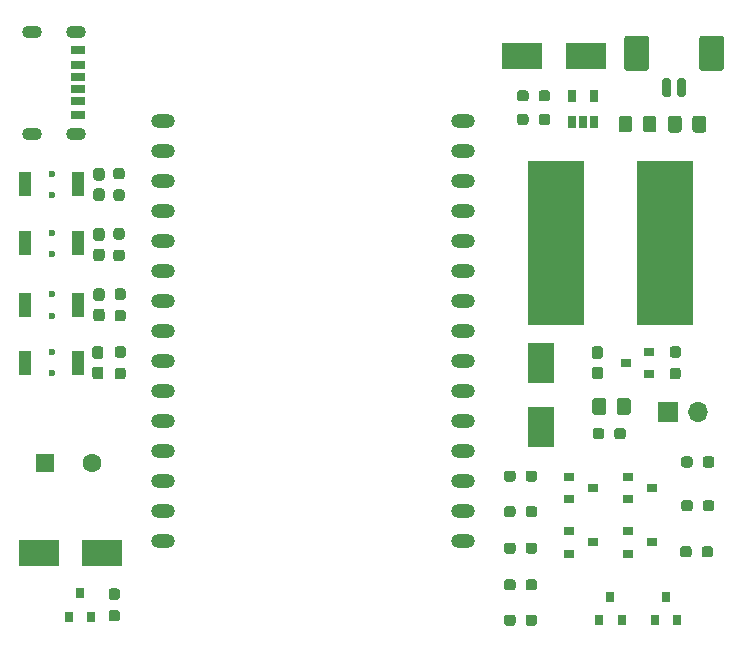
<source format=gbr>
G04 #@! TF.GenerationSoftware,KiCad,Pcbnew,(5.1.10)-1*
G04 #@! TF.CreationDate,2021-08-13T20:40:32+09:00*
G04 #@! TF.ProjectId,lfmassage,6c666d61-7373-4616-9765-2e6b69636164,rev?*
G04 #@! TF.SameCoordinates,Original*
G04 #@! TF.FileFunction,Soldermask,Top*
G04 #@! TF.FilePolarity,Negative*
%FSLAX46Y46*%
G04 Gerber Fmt 4.6, Leading zero omitted, Abs format (unit mm)*
G04 Created by KiCad (PCBNEW (5.1.10)-1) date 2021-08-13 20:40:32*
%MOMM*%
%LPD*%
G01*
G04 APERTURE LIST*
%ADD10R,1.600000X1.600000*%
%ADD11C,1.600000*%
%ADD12R,3.500000X2.300000*%
%ADD13R,2.300000X3.500000*%
%ADD14R,1.700000X1.700000*%
%ADD15O,1.700000X1.700000*%
%ADD16O,2.000000X1.200000*%
%ADD17R,4.750000X14.000000*%
%ADD18R,0.800000X0.900000*%
%ADD19R,0.900000X0.800000*%
%ADD20C,0.600000*%
%ADD21R,1.050000X2.000000*%
%ADD22R,1.200000X0.700000*%
%ADD23R,1.200000X0.760000*%
%ADD24R,1.200000X0.800000*%
%ADD25O,1.700000X1.100000*%
%ADD26R,0.650000X1.060000*%
G04 APERTURE END LIST*
D10*
X63700000Y-84600000D03*
D11*
X67700000Y-84600000D03*
G36*
G01*
X116475000Y-56375000D02*
X116475000Y-55425000D01*
G75*
G02*
X116725000Y-55175000I250000J0D01*
G01*
X117400000Y-55175000D01*
G75*
G02*
X117650000Y-55425000I0J-250000D01*
G01*
X117650000Y-56375000D01*
G75*
G02*
X117400000Y-56625000I-250000J0D01*
G01*
X116725000Y-56625000D01*
G75*
G02*
X116475000Y-56375000I0J250000D01*
G01*
G37*
G36*
G01*
X118550000Y-56375000D02*
X118550000Y-55425000D01*
G75*
G02*
X118800000Y-55175000I250000J0D01*
G01*
X119475000Y-55175000D01*
G75*
G02*
X119725000Y-55425000I0J-250000D01*
G01*
X119725000Y-56375000D01*
G75*
G02*
X119475000Y-56625000I-250000J0D01*
G01*
X118800000Y-56625000D01*
G75*
G02*
X118550000Y-56375000I0J250000D01*
G01*
G37*
G36*
G01*
X68537500Y-60675000D02*
X68062500Y-60675000D01*
G75*
G02*
X67825000Y-60437500I0J237500D01*
G01*
X67825000Y-59837500D01*
G75*
G02*
X68062500Y-59600000I237500J0D01*
G01*
X68537500Y-59600000D01*
G75*
G02*
X68775000Y-59837500I0J-237500D01*
G01*
X68775000Y-60437500D01*
G75*
G02*
X68537500Y-60675000I-237500J0D01*
G01*
G37*
G36*
G01*
X68537500Y-62400000D02*
X68062500Y-62400000D01*
G75*
G02*
X67825000Y-62162500I0J237500D01*
G01*
X67825000Y-61562500D01*
G75*
G02*
X68062500Y-61325000I237500J0D01*
G01*
X68537500Y-61325000D01*
G75*
G02*
X68775000Y-61562500I0J-237500D01*
G01*
X68775000Y-62162500D01*
G75*
G02*
X68537500Y-62400000I-237500J0D01*
G01*
G37*
G36*
G01*
X68537500Y-67500000D02*
X68062500Y-67500000D01*
G75*
G02*
X67825000Y-67262500I0J237500D01*
G01*
X67825000Y-66662500D01*
G75*
G02*
X68062500Y-66425000I237500J0D01*
G01*
X68537500Y-66425000D01*
G75*
G02*
X68775000Y-66662500I0J-237500D01*
G01*
X68775000Y-67262500D01*
G75*
G02*
X68537500Y-67500000I-237500J0D01*
G01*
G37*
G36*
G01*
X68537500Y-65775000D02*
X68062500Y-65775000D01*
G75*
G02*
X67825000Y-65537500I0J237500D01*
G01*
X67825000Y-64937500D01*
G75*
G02*
X68062500Y-64700000I237500J0D01*
G01*
X68537500Y-64700000D01*
G75*
G02*
X68775000Y-64937500I0J-237500D01*
G01*
X68775000Y-65537500D01*
G75*
G02*
X68537500Y-65775000I-237500J0D01*
G01*
G37*
G36*
G01*
X68537500Y-70875000D02*
X68062500Y-70875000D01*
G75*
G02*
X67825000Y-70637500I0J237500D01*
G01*
X67825000Y-70037500D01*
G75*
G02*
X68062500Y-69800000I237500J0D01*
G01*
X68537500Y-69800000D01*
G75*
G02*
X68775000Y-70037500I0J-237500D01*
G01*
X68775000Y-70637500D01*
G75*
G02*
X68537500Y-70875000I-237500J0D01*
G01*
G37*
G36*
G01*
X68537500Y-72600000D02*
X68062500Y-72600000D01*
G75*
G02*
X67825000Y-72362500I0J237500D01*
G01*
X67825000Y-71762500D01*
G75*
G02*
X68062500Y-71525000I237500J0D01*
G01*
X68537500Y-71525000D01*
G75*
G02*
X68775000Y-71762500I0J-237500D01*
G01*
X68775000Y-72362500D01*
G75*
G02*
X68537500Y-72600000I-237500J0D01*
G01*
G37*
G36*
G01*
X68437500Y-77500000D02*
X67962500Y-77500000D01*
G75*
G02*
X67725000Y-77262500I0J237500D01*
G01*
X67725000Y-76662500D01*
G75*
G02*
X67962500Y-76425000I237500J0D01*
G01*
X68437500Y-76425000D01*
G75*
G02*
X68675000Y-76662500I0J-237500D01*
G01*
X68675000Y-77262500D01*
G75*
G02*
X68437500Y-77500000I-237500J0D01*
G01*
G37*
G36*
G01*
X68437500Y-75775000D02*
X67962500Y-75775000D01*
G75*
G02*
X67725000Y-75537500I0J237500D01*
G01*
X67725000Y-74937500D01*
G75*
G02*
X67962500Y-74700000I237500J0D01*
G01*
X68437500Y-74700000D01*
G75*
G02*
X68675000Y-74937500I0J-237500D01*
G01*
X68675000Y-75537500D01*
G75*
G02*
X68437500Y-75775000I-237500J0D01*
G01*
G37*
G36*
G01*
X110262500Y-74700000D02*
X110737500Y-74700000D01*
G75*
G02*
X110975000Y-74937500I0J-237500D01*
G01*
X110975000Y-75537500D01*
G75*
G02*
X110737500Y-75775000I-237500J0D01*
G01*
X110262500Y-75775000D01*
G75*
G02*
X110025000Y-75537500I0J237500D01*
G01*
X110025000Y-74937500D01*
G75*
G02*
X110262500Y-74700000I237500J0D01*
G01*
G37*
G36*
G01*
X110262500Y-76425000D02*
X110737500Y-76425000D01*
G75*
G02*
X110975000Y-76662500I0J-237500D01*
G01*
X110975000Y-77262500D01*
G75*
G02*
X110737500Y-77500000I-237500J0D01*
G01*
X110262500Y-77500000D01*
G75*
G02*
X110025000Y-77262500I0J237500D01*
G01*
X110025000Y-76662500D01*
G75*
G02*
X110262500Y-76425000I237500J0D01*
G01*
G37*
G36*
G01*
X112150000Y-80275000D02*
X112150000Y-79325000D01*
G75*
G02*
X112400000Y-79075000I250000J0D01*
G01*
X113075000Y-79075000D01*
G75*
G02*
X113325000Y-79325000I0J-250000D01*
G01*
X113325000Y-80275000D01*
G75*
G02*
X113075000Y-80525000I-250000J0D01*
G01*
X112400000Y-80525000D01*
G75*
G02*
X112150000Y-80275000I0J250000D01*
G01*
G37*
G36*
G01*
X110075000Y-80275000D02*
X110075000Y-79325000D01*
G75*
G02*
X110325000Y-79075000I250000J0D01*
G01*
X111000000Y-79075000D01*
G75*
G02*
X111250000Y-79325000I0J-250000D01*
G01*
X111250000Y-80275000D01*
G75*
G02*
X111000000Y-80525000I-250000J0D01*
G01*
X110325000Y-80525000D01*
G75*
G02*
X110075000Y-80275000I0J250000D01*
G01*
G37*
D12*
X109500000Y-50100000D03*
X104100000Y-50100000D03*
G36*
G01*
X112300000Y-56350001D02*
X112300000Y-55449999D01*
G75*
G02*
X112549999Y-55200000I249999J0D01*
G01*
X113200001Y-55200000D01*
G75*
G02*
X113450000Y-55449999I0J-249999D01*
G01*
X113450000Y-56350001D01*
G75*
G02*
X113200001Y-56600000I-249999J0D01*
G01*
X112549999Y-56600000D01*
G75*
G02*
X112300000Y-56350001I0J249999D01*
G01*
G37*
G36*
G01*
X114350000Y-56350001D02*
X114350000Y-55449999D01*
G75*
G02*
X114599999Y-55200000I249999J0D01*
G01*
X115250001Y-55200000D01*
G75*
G02*
X115500000Y-55449999I0J-249999D01*
G01*
X115500000Y-56350001D01*
G75*
G02*
X115250001Y-56600000I-249999J0D01*
G01*
X114599999Y-56600000D01*
G75*
G02*
X114350000Y-56350001I0J249999D01*
G01*
G37*
X68600000Y-92200000D03*
X63200000Y-92200000D03*
D13*
X105700000Y-81500000D03*
X105700000Y-76100000D03*
G36*
G01*
X118025000Y-52200000D02*
X118025000Y-53400000D01*
G75*
G02*
X117825000Y-53600000I-200000J0D01*
G01*
X117425000Y-53600000D01*
G75*
G02*
X117225000Y-53400000I0J200000D01*
G01*
X117225000Y-52200000D01*
G75*
G02*
X117425000Y-52000000I200000J0D01*
G01*
X117825000Y-52000000D01*
G75*
G02*
X118025000Y-52200000I0J-200000D01*
G01*
G37*
G36*
G01*
X116775000Y-52200000D02*
X116775000Y-53400000D01*
G75*
G02*
X116575000Y-53600000I-200000J0D01*
G01*
X116175000Y-53600000D01*
G75*
G02*
X115975000Y-53400000I0J200000D01*
G01*
X115975000Y-52200000D01*
G75*
G02*
X116175000Y-52000000I200000J0D01*
G01*
X116575000Y-52000000D01*
G75*
G02*
X116775000Y-52200000I0J-200000D01*
G01*
G37*
G36*
G01*
X121225000Y-48649999D02*
X121225000Y-51150001D01*
G75*
G02*
X120975001Y-51400000I-249999J0D01*
G01*
X119374999Y-51400000D01*
G75*
G02*
X119125000Y-51150001I0J249999D01*
G01*
X119125000Y-48649999D01*
G75*
G02*
X119374999Y-48400000I249999J0D01*
G01*
X120975001Y-48400000D01*
G75*
G02*
X121225000Y-48649999I0J-249999D01*
G01*
G37*
G36*
G01*
X114875000Y-48649999D02*
X114875000Y-51150001D01*
G75*
G02*
X114625001Y-51400000I-249999J0D01*
G01*
X113024999Y-51400000D01*
G75*
G02*
X112775000Y-51150001I0J249999D01*
G01*
X112775000Y-48649999D01*
G75*
G02*
X113024999Y-48400000I249999J0D01*
G01*
X114625001Y-48400000D01*
G75*
G02*
X114875000Y-48649999I0J-249999D01*
G01*
G37*
D14*
X116500000Y-80300000D03*
D15*
X119040000Y-80300000D03*
D16*
X99100000Y-55620000D03*
X73700000Y-55620000D03*
X99100000Y-58160000D03*
X73700000Y-58160000D03*
X99100000Y-60700000D03*
X73700000Y-60700000D03*
X99100000Y-63240000D03*
X73700000Y-63240000D03*
X99100000Y-65780000D03*
X73700000Y-65780000D03*
X99100000Y-68320000D03*
X73700000Y-68320000D03*
X99100000Y-70860000D03*
X73700000Y-70860000D03*
X99100000Y-73400000D03*
X73700000Y-73400000D03*
X99100000Y-75940000D03*
X73700000Y-75940000D03*
X99100000Y-78480000D03*
X73700000Y-78480000D03*
X99100000Y-81020000D03*
X73700000Y-81020000D03*
X99100000Y-83560000D03*
X73700000Y-83560000D03*
X99100000Y-86100000D03*
X73700000Y-86100000D03*
X99100000Y-88640000D03*
X73700000Y-88640000D03*
X99100000Y-91180000D03*
X73700000Y-91180000D03*
D17*
X116225000Y-66000000D03*
X106975000Y-66000000D03*
D18*
X65750000Y-97600000D03*
X67650000Y-97600000D03*
X66700000Y-95600000D03*
D19*
X108100000Y-85750000D03*
X108100000Y-87650000D03*
X110100000Y-86700000D03*
X115100000Y-86700000D03*
X113100000Y-87650000D03*
X113100000Y-85750000D03*
X110100000Y-91300000D03*
X108100000Y-92250000D03*
X108100000Y-90350000D03*
X113100000Y-90350000D03*
X113100000Y-92250000D03*
X115100000Y-91300000D03*
D18*
X111600000Y-95900000D03*
X112550000Y-97900000D03*
X110650000Y-97900000D03*
X115350000Y-97900000D03*
X117250000Y-97900000D03*
X116300000Y-95900000D03*
D19*
X112900000Y-76100000D03*
X114900000Y-75150000D03*
X114900000Y-77050000D03*
G36*
G01*
X105525000Y-55737500D02*
X105525000Y-55262500D01*
G75*
G02*
X105762500Y-55025000I237500J0D01*
G01*
X106262500Y-55025000D01*
G75*
G02*
X106500000Y-55262500I0J-237500D01*
G01*
X106500000Y-55737500D01*
G75*
G02*
X106262500Y-55975000I-237500J0D01*
G01*
X105762500Y-55975000D01*
G75*
G02*
X105525000Y-55737500I0J237500D01*
G01*
G37*
G36*
G01*
X103700000Y-55737500D02*
X103700000Y-55262500D01*
G75*
G02*
X103937500Y-55025000I237500J0D01*
G01*
X104437500Y-55025000D01*
G75*
G02*
X104675000Y-55262500I0J-237500D01*
G01*
X104675000Y-55737500D01*
G75*
G02*
X104437500Y-55975000I-237500J0D01*
G01*
X103937500Y-55975000D01*
G75*
G02*
X103700000Y-55737500I0J237500D01*
G01*
G37*
G36*
G01*
X103700000Y-53737500D02*
X103700000Y-53262500D01*
G75*
G02*
X103937500Y-53025000I237500J0D01*
G01*
X104437500Y-53025000D01*
G75*
G02*
X104675000Y-53262500I0J-237500D01*
G01*
X104675000Y-53737500D01*
G75*
G02*
X104437500Y-53975000I-237500J0D01*
G01*
X103937500Y-53975000D01*
G75*
G02*
X103700000Y-53737500I0J237500D01*
G01*
G37*
G36*
G01*
X105525000Y-53737500D02*
X105525000Y-53262500D01*
G75*
G02*
X105762500Y-53025000I237500J0D01*
G01*
X106262500Y-53025000D01*
G75*
G02*
X106500000Y-53262500I0J-237500D01*
G01*
X106500000Y-53737500D01*
G75*
G02*
X106262500Y-53975000I-237500J0D01*
G01*
X105762500Y-53975000D01*
G75*
G02*
X105525000Y-53737500I0J237500D01*
G01*
G37*
G36*
G01*
X70237500Y-62400000D02*
X69762500Y-62400000D01*
G75*
G02*
X69525000Y-62162500I0J237500D01*
G01*
X69525000Y-61662500D01*
G75*
G02*
X69762500Y-61425000I237500J0D01*
G01*
X70237500Y-61425000D01*
G75*
G02*
X70475000Y-61662500I0J-237500D01*
G01*
X70475000Y-62162500D01*
G75*
G02*
X70237500Y-62400000I-237500J0D01*
G01*
G37*
G36*
G01*
X70237500Y-60575000D02*
X69762500Y-60575000D01*
G75*
G02*
X69525000Y-60337500I0J237500D01*
G01*
X69525000Y-59837500D01*
G75*
G02*
X69762500Y-59600000I237500J0D01*
G01*
X70237500Y-59600000D01*
G75*
G02*
X70475000Y-59837500I0J-237500D01*
G01*
X70475000Y-60337500D01*
G75*
G02*
X70237500Y-60575000I-237500J0D01*
G01*
G37*
G36*
G01*
X70237500Y-67500000D02*
X69762500Y-67500000D01*
G75*
G02*
X69525000Y-67262500I0J237500D01*
G01*
X69525000Y-66762500D01*
G75*
G02*
X69762500Y-66525000I237500J0D01*
G01*
X70237500Y-66525000D01*
G75*
G02*
X70475000Y-66762500I0J-237500D01*
G01*
X70475000Y-67262500D01*
G75*
G02*
X70237500Y-67500000I-237500J0D01*
G01*
G37*
G36*
G01*
X70237500Y-65675000D02*
X69762500Y-65675000D01*
G75*
G02*
X69525000Y-65437500I0J237500D01*
G01*
X69525000Y-64937500D01*
G75*
G02*
X69762500Y-64700000I237500J0D01*
G01*
X70237500Y-64700000D01*
G75*
G02*
X70475000Y-64937500I0J-237500D01*
G01*
X70475000Y-65437500D01*
G75*
G02*
X70237500Y-65675000I-237500J0D01*
G01*
G37*
G36*
G01*
X70337500Y-70775000D02*
X69862500Y-70775000D01*
G75*
G02*
X69625000Y-70537500I0J237500D01*
G01*
X69625000Y-70037500D01*
G75*
G02*
X69862500Y-69800000I237500J0D01*
G01*
X70337500Y-69800000D01*
G75*
G02*
X70575000Y-70037500I0J-237500D01*
G01*
X70575000Y-70537500D01*
G75*
G02*
X70337500Y-70775000I-237500J0D01*
G01*
G37*
G36*
G01*
X70337500Y-72600000D02*
X69862500Y-72600000D01*
G75*
G02*
X69625000Y-72362500I0J237500D01*
G01*
X69625000Y-71862500D01*
G75*
G02*
X69862500Y-71625000I237500J0D01*
G01*
X70337500Y-71625000D01*
G75*
G02*
X70575000Y-71862500I0J-237500D01*
G01*
X70575000Y-72362500D01*
G75*
G02*
X70337500Y-72600000I-237500J0D01*
G01*
G37*
G36*
G01*
X70337500Y-75675000D02*
X69862500Y-75675000D01*
G75*
G02*
X69625000Y-75437500I0J237500D01*
G01*
X69625000Y-74937500D01*
G75*
G02*
X69862500Y-74700000I237500J0D01*
G01*
X70337500Y-74700000D01*
G75*
G02*
X70575000Y-74937500I0J-237500D01*
G01*
X70575000Y-75437500D01*
G75*
G02*
X70337500Y-75675000I-237500J0D01*
G01*
G37*
G36*
G01*
X70337500Y-77500000D02*
X69862500Y-77500000D01*
G75*
G02*
X69625000Y-77262500I0J237500D01*
G01*
X69625000Y-76762500D01*
G75*
G02*
X69862500Y-76525000I237500J0D01*
G01*
X70337500Y-76525000D01*
G75*
G02*
X70575000Y-76762500I0J-237500D01*
G01*
X70575000Y-77262500D01*
G75*
G02*
X70337500Y-77500000I-237500J0D01*
G01*
G37*
G36*
G01*
X69837500Y-96175000D02*
X69362500Y-96175000D01*
G75*
G02*
X69125000Y-95937500I0J237500D01*
G01*
X69125000Y-95437500D01*
G75*
G02*
X69362500Y-95200000I237500J0D01*
G01*
X69837500Y-95200000D01*
G75*
G02*
X70075000Y-95437500I0J-237500D01*
G01*
X70075000Y-95937500D01*
G75*
G02*
X69837500Y-96175000I-237500J0D01*
G01*
G37*
G36*
G01*
X69837500Y-98000000D02*
X69362500Y-98000000D01*
G75*
G02*
X69125000Y-97762500I0J237500D01*
G01*
X69125000Y-97262500D01*
G75*
G02*
X69362500Y-97025000I237500J0D01*
G01*
X69837500Y-97025000D01*
G75*
G02*
X70075000Y-97262500I0J-237500D01*
G01*
X70075000Y-97762500D01*
G75*
G02*
X69837500Y-98000000I-237500J0D01*
G01*
G37*
G36*
G01*
X110100000Y-82337500D02*
X110100000Y-81862500D01*
G75*
G02*
X110337500Y-81625000I237500J0D01*
G01*
X110837500Y-81625000D01*
G75*
G02*
X111075000Y-81862500I0J-237500D01*
G01*
X111075000Y-82337500D01*
G75*
G02*
X110837500Y-82575000I-237500J0D01*
G01*
X110337500Y-82575000D01*
G75*
G02*
X110100000Y-82337500I0J237500D01*
G01*
G37*
G36*
G01*
X111925000Y-82337500D02*
X111925000Y-81862500D01*
G75*
G02*
X112162500Y-81625000I237500J0D01*
G01*
X112662500Y-81625000D01*
G75*
G02*
X112900000Y-81862500I0J-237500D01*
G01*
X112900000Y-82337500D01*
G75*
G02*
X112662500Y-82575000I-237500J0D01*
G01*
X112162500Y-82575000D01*
G75*
G02*
X111925000Y-82337500I0J237500D01*
G01*
G37*
G36*
G01*
X103575000Y-85462500D02*
X103575000Y-85937500D01*
G75*
G02*
X103337500Y-86175000I-237500J0D01*
G01*
X102837500Y-86175000D01*
G75*
G02*
X102600000Y-85937500I0J237500D01*
G01*
X102600000Y-85462500D01*
G75*
G02*
X102837500Y-85225000I237500J0D01*
G01*
X103337500Y-85225000D01*
G75*
G02*
X103575000Y-85462500I0J-237500D01*
G01*
G37*
G36*
G01*
X105400000Y-85462500D02*
X105400000Y-85937500D01*
G75*
G02*
X105162500Y-86175000I-237500J0D01*
G01*
X104662500Y-86175000D01*
G75*
G02*
X104425000Y-85937500I0J237500D01*
G01*
X104425000Y-85462500D01*
G75*
G02*
X104662500Y-85225000I237500J0D01*
G01*
X105162500Y-85225000D01*
G75*
G02*
X105400000Y-85462500I0J-237500D01*
G01*
G37*
G36*
G01*
X117600000Y-84737500D02*
X117600000Y-84262500D01*
G75*
G02*
X117837500Y-84025000I237500J0D01*
G01*
X118337500Y-84025000D01*
G75*
G02*
X118575000Y-84262500I0J-237500D01*
G01*
X118575000Y-84737500D01*
G75*
G02*
X118337500Y-84975000I-237500J0D01*
G01*
X117837500Y-84975000D01*
G75*
G02*
X117600000Y-84737500I0J237500D01*
G01*
G37*
G36*
G01*
X119425000Y-84737500D02*
X119425000Y-84262500D01*
G75*
G02*
X119662500Y-84025000I237500J0D01*
G01*
X120162500Y-84025000D01*
G75*
G02*
X120400000Y-84262500I0J-237500D01*
G01*
X120400000Y-84737500D01*
G75*
G02*
X120162500Y-84975000I-237500J0D01*
G01*
X119662500Y-84975000D01*
G75*
G02*
X119425000Y-84737500I0J237500D01*
G01*
G37*
G36*
G01*
X105400000Y-88462500D02*
X105400000Y-88937500D01*
G75*
G02*
X105162500Y-89175000I-237500J0D01*
G01*
X104662500Y-89175000D01*
G75*
G02*
X104425000Y-88937500I0J237500D01*
G01*
X104425000Y-88462500D01*
G75*
G02*
X104662500Y-88225000I237500J0D01*
G01*
X105162500Y-88225000D01*
G75*
G02*
X105400000Y-88462500I0J-237500D01*
G01*
G37*
G36*
G01*
X103575000Y-88462500D02*
X103575000Y-88937500D01*
G75*
G02*
X103337500Y-89175000I-237500J0D01*
G01*
X102837500Y-89175000D01*
G75*
G02*
X102600000Y-88937500I0J237500D01*
G01*
X102600000Y-88462500D01*
G75*
G02*
X102837500Y-88225000I237500J0D01*
G01*
X103337500Y-88225000D01*
G75*
G02*
X103575000Y-88462500I0J-237500D01*
G01*
G37*
G36*
G01*
X119425000Y-88437500D02*
X119425000Y-87962500D01*
G75*
G02*
X119662500Y-87725000I237500J0D01*
G01*
X120162500Y-87725000D01*
G75*
G02*
X120400000Y-87962500I0J-237500D01*
G01*
X120400000Y-88437500D01*
G75*
G02*
X120162500Y-88675000I-237500J0D01*
G01*
X119662500Y-88675000D01*
G75*
G02*
X119425000Y-88437500I0J237500D01*
G01*
G37*
G36*
G01*
X117600000Y-88437500D02*
X117600000Y-87962500D01*
G75*
G02*
X117837500Y-87725000I237500J0D01*
G01*
X118337500Y-87725000D01*
G75*
G02*
X118575000Y-87962500I0J-237500D01*
G01*
X118575000Y-88437500D01*
G75*
G02*
X118337500Y-88675000I-237500J0D01*
G01*
X117837500Y-88675000D01*
G75*
G02*
X117600000Y-88437500I0J237500D01*
G01*
G37*
G36*
G01*
X102600000Y-92037500D02*
X102600000Y-91562500D01*
G75*
G02*
X102837500Y-91325000I237500J0D01*
G01*
X103337500Y-91325000D01*
G75*
G02*
X103575000Y-91562500I0J-237500D01*
G01*
X103575000Y-92037500D01*
G75*
G02*
X103337500Y-92275000I-237500J0D01*
G01*
X102837500Y-92275000D01*
G75*
G02*
X102600000Y-92037500I0J237500D01*
G01*
G37*
G36*
G01*
X104425000Y-92037500D02*
X104425000Y-91562500D01*
G75*
G02*
X104662500Y-91325000I237500J0D01*
G01*
X105162500Y-91325000D01*
G75*
G02*
X105400000Y-91562500I0J-237500D01*
G01*
X105400000Y-92037500D01*
G75*
G02*
X105162500Y-92275000I-237500J0D01*
G01*
X104662500Y-92275000D01*
G75*
G02*
X104425000Y-92037500I0J237500D01*
G01*
G37*
G36*
G01*
X118475000Y-91862500D02*
X118475000Y-92337500D01*
G75*
G02*
X118237500Y-92575000I-237500J0D01*
G01*
X117737500Y-92575000D01*
G75*
G02*
X117500000Y-92337500I0J237500D01*
G01*
X117500000Y-91862500D01*
G75*
G02*
X117737500Y-91625000I237500J0D01*
G01*
X118237500Y-91625000D01*
G75*
G02*
X118475000Y-91862500I0J-237500D01*
G01*
G37*
G36*
G01*
X120300000Y-91862500D02*
X120300000Y-92337500D01*
G75*
G02*
X120062500Y-92575000I-237500J0D01*
G01*
X119562500Y-92575000D01*
G75*
G02*
X119325000Y-92337500I0J237500D01*
G01*
X119325000Y-91862500D01*
G75*
G02*
X119562500Y-91625000I237500J0D01*
G01*
X120062500Y-91625000D01*
G75*
G02*
X120300000Y-91862500I0J-237500D01*
G01*
G37*
G36*
G01*
X105400000Y-97662500D02*
X105400000Y-98137500D01*
G75*
G02*
X105162500Y-98375000I-237500J0D01*
G01*
X104662500Y-98375000D01*
G75*
G02*
X104425000Y-98137500I0J237500D01*
G01*
X104425000Y-97662500D01*
G75*
G02*
X104662500Y-97425000I237500J0D01*
G01*
X105162500Y-97425000D01*
G75*
G02*
X105400000Y-97662500I0J-237500D01*
G01*
G37*
G36*
G01*
X103575000Y-97662500D02*
X103575000Y-98137500D01*
G75*
G02*
X103337500Y-98375000I-237500J0D01*
G01*
X102837500Y-98375000D01*
G75*
G02*
X102600000Y-98137500I0J237500D01*
G01*
X102600000Y-97662500D01*
G75*
G02*
X102837500Y-97425000I237500J0D01*
G01*
X103337500Y-97425000D01*
G75*
G02*
X103575000Y-97662500I0J-237500D01*
G01*
G37*
G36*
G01*
X105400000Y-94662500D02*
X105400000Y-95137500D01*
G75*
G02*
X105162500Y-95375000I-237500J0D01*
G01*
X104662500Y-95375000D01*
G75*
G02*
X104425000Y-95137500I0J237500D01*
G01*
X104425000Y-94662500D01*
G75*
G02*
X104662500Y-94425000I237500J0D01*
G01*
X105162500Y-94425000D01*
G75*
G02*
X105400000Y-94662500I0J-237500D01*
G01*
G37*
G36*
G01*
X103575000Y-94662500D02*
X103575000Y-95137500D01*
G75*
G02*
X103337500Y-95375000I-237500J0D01*
G01*
X102837500Y-95375000D01*
G75*
G02*
X102600000Y-95137500I0J237500D01*
G01*
X102600000Y-94662500D01*
G75*
G02*
X102837500Y-94425000I237500J0D01*
G01*
X103337500Y-94425000D01*
G75*
G02*
X103575000Y-94662500I0J-237500D01*
G01*
G37*
G36*
G01*
X117337500Y-75675000D02*
X116862500Y-75675000D01*
G75*
G02*
X116625000Y-75437500I0J237500D01*
G01*
X116625000Y-74937500D01*
G75*
G02*
X116862500Y-74700000I237500J0D01*
G01*
X117337500Y-74700000D01*
G75*
G02*
X117575000Y-74937500I0J-237500D01*
G01*
X117575000Y-75437500D01*
G75*
G02*
X117337500Y-75675000I-237500J0D01*
G01*
G37*
G36*
G01*
X117337500Y-77500000D02*
X116862500Y-77500000D01*
G75*
G02*
X116625000Y-77262500I0J237500D01*
G01*
X116625000Y-76762500D01*
G75*
G02*
X116862500Y-76525000I237500J0D01*
G01*
X117337500Y-76525000D01*
G75*
G02*
X117575000Y-76762500I0J-237500D01*
G01*
X117575000Y-77262500D01*
G75*
G02*
X117337500Y-77500000I-237500J0D01*
G01*
G37*
D20*
X64300000Y-61900000D03*
X64300000Y-60100000D03*
D21*
X66525000Y-61000000D03*
X62075000Y-61000000D03*
X62075000Y-66000000D03*
X66525000Y-66000000D03*
D20*
X64300000Y-65100000D03*
X64300000Y-66900000D03*
X64300000Y-72100000D03*
X64300000Y-70300000D03*
D21*
X66525000Y-71200000D03*
X62075000Y-71200000D03*
X62075000Y-76100000D03*
X66525000Y-76100000D03*
D20*
X64300000Y-75200000D03*
X64300000Y-77000000D03*
D22*
X66550000Y-51900000D03*
X66550000Y-52900000D03*
D23*
X66550000Y-50880000D03*
X66550000Y-53920000D03*
D24*
X66550000Y-49650000D03*
X66550000Y-55150000D03*
D25*
X66400000Y-56720000D03*
X66400000Y-48080000D03*
X62600000Y-56720000D03*
X62600000Y-48080000D03*
D26*
X108350000Y-55700000D03*
X109300000Y-55700000D03*
X110250000Y-55700000D03*
X110250000Y-53500000D03*
X108350000Y-53500000D03*
M02*

</source>
